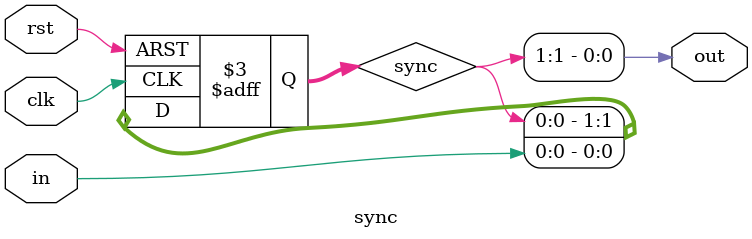
<source format=sv>
module sync (
    input  logic clk,
    input  logic rst,
    input  logic in,
    output logic out
);
  logic [1:0] sync = 2'b00;

  always @(posedge clk or posedge rst) begin
    if (rst) sync <= 2'b00;
    else sync <= {sync[0], in};
  end

  assign out = sync[1];
endmodule

</source>
